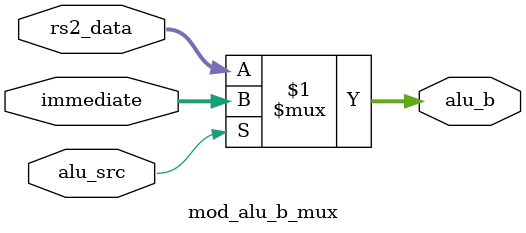
<source format=v>
/* 
Authors : Aditya Terkar, 16EC01003, IIT Bhubaneswar
Aim : 
*/
//////////////////////////////////////////////////////////////////////////////////////////
//project includes
/////////////////////////////////////////////////////////////////////////////////////////
module mod_alu_b_mux (
                        //input ports
                        input [31 : 0] rs2_data,
                        input [31 : 0] immediate,
                        input alu_src,

                        //output ports
                        output wire [31 : 0] alu_b
                    );
//----------------------------parameters---------------------------------
//-----------------------------------------------------------------------
//-------------------------module instantiation--------------------------
//-----------------------------------------------------------------------
//-------------------------hardware action-------------------------------
    assign alu_b = (alu_src) ? immediate : rs2_data;
//-----------------------------------------------------------------------
//----------------------functions and tasks------------------------------
//-----------------------------------------------------------------------
endmodule
</source>
